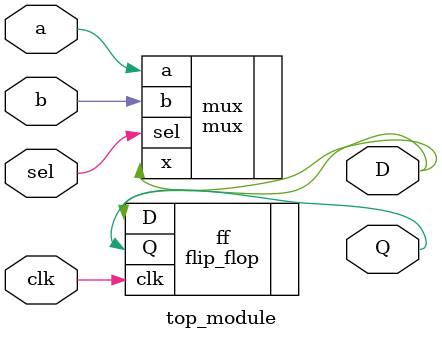
<source format=v>
`timescale 1ns/1ps

module top_module(
input wire sel, a,b,clk,
output wire D,
output wire Q
);
generate

flip_flop ff(
.clk(clk),
.D(D),
.Q(Q)

);

mux mux(
.a(a),
.b(b),
.sel(sel),
.x(D)

);
endgenerate
endmodule

</source>
